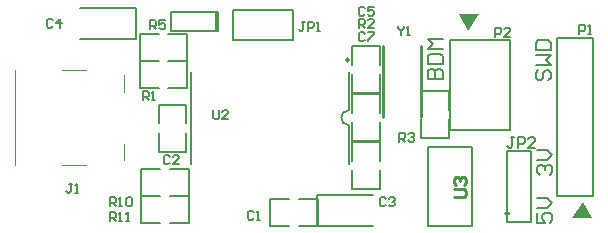
<source format=gto>
G04 Layer_Color=65535*
%FSLAX24Y24*%
%MOIN*%
G70*
G01*
G75*
%ADD23C,0.0100*%
%ADD40C,0.0098*%
%ADD41C,0.0079*%
%ADD42C,0.0039*%
%ADD43C,0.0080*%
%ADD44C,0.0060*%
%ADD45C,0.0050*%
G36*
X3725Y-3350D02*
X3075D01*
X3425Y-2800D01*
X3725Y-3350D01*
D02*
G37*
G36*
X-400Y2900D02*
X-700Y3450D01*
X-50D01*
X-400Y2900D01*
D02*
G37*
D23*
X-1970Y19D02*
Y2381D01*
X-3230Y19D02*
Y2381D01*
X-870Y-2650D02*
X-537D01*
X-470Y-2583D01*
Y-2450D01*
X-537Y-2383D01*
X-870D01*
X-803Y-2250D02*
X-870Y-2183D01*
Y-2050D01*
X-803Y-1984D01*
X-737D01*
X-670Y-2050D01*
Y-2117D01*
Y-2050D01*
X-603Y-1984D01*
X-537D01*
X-470Y-2050D01*
Y-2183D01*
X-537Y-2250D01*
D40*
X950Y-3200D02*
G03*
X950Y-3200I-49J0D01*
G01*
X-4366Y1929D02*
G03*
X-4366Y1929I-49J0D01*
G01*
D41*
X-4378Y250D02*
G03*
X-4378Y-250I0J-250D01*
G01*
X-1953Y887D02*
X-1047D01*
X-1953Y-687D02*
X-1047D01*
Y257D02*
Y887D01*
Y-687D02*
Y-57D01*
X-1953Y257D02*
Y887D01*
Y-687D02*
Y-57D01*
X-272Y-981D02*
X-272Y-3619D01*
X-1728Y-981D02*
X-272D01*
X-1728D02*
X-1728Y-3619D01*
X-272Y-3619D01*
X-5424Y-3612D02*
Y-2588D01*
Y-3612D02*
X-3573D01*
X-5424Y-2588D02*
X-3573D01*
X-13327Y2638D02*
X-11476D01*
X-13327Y3661D02*
X-11476D01*
Y2638D02*
Y3661D01*
X2552Y-2604D02*
X3761D01*
Y2644D01*
X2552D02*
X3761D01*
X2552Y-2604D02*
Y2644D01*
X-1000Y-400D02*
X1000D01*
X-1000Y2600D02*
X1000D01*
Y-400D02*
Y2600D01*
X-1000D02*
X-1000Y-400D01*
X-1000Y1517D02*
X-1000Y-400D01*
X-9797Y-193D02*
Y437D01*
Y-1137D02*
Y-507D01*
X-10703Y-193D02*
Y437D01*
Y-1137D02*
Y-507D01*
Y437D02*
X-9797D01*
X-10703Y-1137D02*
X-9797D01*
X-10393Y997D02*
X-9763D01*
X-11337D02*
X-10707D01*
X-10393Y1903D02*
X-9763D01*
X-11337D02*
X-10707D01*
X-9763Y997D02*
Y1903D01*
X-11337Y997D02*
Y1903D01*
X-9713Y-2603D02*
Y-1697D01*
X-11287Y-2603D02*
Y-1697D01*
X-10343Y-2603D02*
X-9713D01*
X-11287D02*
X-10657D01*
X-10343Y-1697D02*
X-9713D01*
X-11287D02*
X-10657D01*
X-9713Y-3503D02*
Y-2597D01*
X-11287Y-3503D02*
Y-2597D01*
X-10343Y-3503D02*
X-9713D01*
X-11287D02*
X-10657D01*
X-10343Y-2597D02*
X-9713D01*
X-11287D02*
X-10657D01*
X-4253Y813D02*
X-3347D01*
X-4253Y2387D02*
X-3347D01*
X-4253Y813D02*
Y1443D01*
Y1757D02*
Y2387D01*
X-3347Y813D02*
Y1443D01*
Y1757D02*
Y2387D01*
X-4253Y-813D02*
X-3347D01*
X-4253Y-2387D02*
X-3347D01*
Y-1443D02*
Y-813D01*
Y-2387D02*
Y-1757D01*
X-4253Y-1443D02*
Y-813D01*
Y-2387D02*
Y-1757D01*
X-9622Y-1535D02*
Y1535D01*
X-4378Y250D02*
Y1535D01*
Y-1535D02*
Y-250D01*
X-5413Y-3602D02*
Y-2697D01*
X-6988Y-3602D02*
Y-2697D01*
X-6043Y-3602D02*
X-5413D01*
X-6988D02*
X-6358D01*
X-6043Y-2697D02*
X-5413D01*
X-6988D02*
X-6358D01*
X-4253Y-787D02*
Y-157D01*
Y157D02*
Y787D01*
X-3347Y-787D02*
Y-157D01*
Y157D02*
Y787D01*
X-4253Y-787D02*
X-3347D01*
X-4253Y787D02*
X-3347D01*
X-10393Y1897D02*
X-9763D01*
X-11337D02*
X-10707D01*
X-10393Y2803D02*
X-9763D01*
X-11337D02*
X-10707D01*
X-9763Y1897D02*
Y2803D01*
X-11337Y1897D02*
Y2803D01*
X-8250Y2600D02*
Y3600D01*
X-6250D01*
Y2600D02*
Y3600D01*
X-8250Y2600D02*
X-6250D01*
X906Y-1119D02*
X1694D01*
Y-3481D02*
Y-1119D01*
X906Y-3481D02*
Y-1119D01*
Y-3481D02*
X1694D01*
D42*
X-11878Y-1417D02*
Y-866D01*
Y866D02*
Y1417D01*
X-13925Y-1575D02*
X-13137D01*
X-13925Y1575D02*
X-13137D01*
X-15500Y-1575D02*
Y1575D01*
D43*
X-10288Y2875D02*
Y3525D01*
Y2875D02*
X-8723D01*
Y3525D01*
X-10288Y3525D02*
X-8723Y3525D01*
X-8812Y2885D02*
Y3515D01*
X1933Y1583D02*
X1850Y1500D01*
Y1333D01*
X1933Y1250D01*
X2017D01*
X2100Y1333D01*
Y1500D01*
X2183Y1583D01*
X2267D01*
X2350Y1500D01*
Y1333D01*
X2267Y1250D01*
X1850Y1750D02*
X2350D01*
X2183Y1916D01*
X2350Y2083D01*
X1850D01*
Y2250D02*
X2350D01*
Y2500D01*
X2267Y2583D01*
X1933D01*
X1850Y2500D01*
Y2250D01*
X-1750Y1300D02*
X-1250D01*
Y1550D01*
X-1333Y1633D01*
X-1417D01*
X-1500Y1550D01*
Y1300D01*
Y1550D01*
X-1583Y1633D01*
X-1667D01*
X-1750Y1550D01*
Y1300D01*
Y1800D02*
X-1250D01*
Y2050D01*
X-1333Y2133D01*
X-1667D01*
X-1750Y2050D01*
Y1800D01*
X-1250Y2300D02*
X-1750D01*
X-1583Y2466D01*
X-1750Y2633D01*
X-1250D01*
D44*
X-14250Y3250D02*
X-14300Y3300D01*
X-14400D01*
X-14450Y3250D01*
Y3050D01*
X-14400Y3000D01*
X-14300D01*
X-14250Y3050D01*
X-14000Y3000D02*
Y3300D01*
X-14150Y3150D01*
X-13950D01*
X-13600Y-2200D02*
X-13700D01*
X-13650D01*
Y-2450D01*
X-13700Y-2500D01*
X-13750D01*
X-13800Y-2450D01*
X-13500Y-2500D02*
X-13400D01*
X-13450D01*
Y-2200D01*
X-13500Y-2250D01*
X500Y2700D02*
Y3000D01*
X650D01*
X700Y2950D01*
Y2850D01*
X650Y2800D01*
X500D01*
X1000Y2700D02*
X800D01*
X1000Y2900D01*
Y2950D01*
X950Y3000D01*
X850D01*
X800Y2950D01*
X3300Y2800D02*
Y3100D01*
X3450D01*
X3500Y3050D01*
Y2950D01*
X3450Y2900D01*
X3300D01*
X3600Y2800D02*
X3700D01*
X3650D01*
Y3100D01*
X3600Y3050D01*
X-10350Y-1300D02*
X-10400Y-1250D01*
X-10500D01*
X-10550Y-1300D01*
Y-1500D01*
X-10500Y-1550D01*
X-10400D01*
X-10350Y-1500D01*
X-10050Y-1550D02*
X-10250D01*
X-10050Y-1350D01*
Y-1300D01*
X-10100Y-1250D01*
X-10200D01*
X-10250Y-1300D01*
X-11250Y580D02*
Y880D01*
X-11100D01*
X-11050Y830D01*
Y730D01*
X-11100Y680D01*
X-11250D01*
X-11150D02*
X-11050Y580D01*
X-10950D02*
X-10850D01*
X-10900D01*
Y880D01*
X-10950Y830D01*
X-12350Y-2950D02*
Y-2650D01*
X-12200D01*
X-12150Y-2700D01*
Y-2800D01*
X-12200Y-2850D01*
X-12350D01*
X-12250D02*
X-12150Y-2950D01*
X-12050D02*
X-11950D01*
X-12000D01*
Y-2650D01*
X-12050Y-2700D01*
X-11800D02*
X-11750Y-2650D01*
X-11650D01*
X-11600Y-2700D01*
Y-2900D01*
X-11650Y-2950D01*
X-11750D01*
X-11800Y-2900D01*
Y-2700D01*
X-12350Y-3450D02*
Y-3150D01*
X-12200D01*
X-12150Y-3200D01*
Y-3300D01*
X-12200Y-3350D01*
X-12350D01*
X-12250D02*
X-12150Y-3450D01*
X-12050D02*
X-11950D01*
X-12000D01*
Y-3150D01*
X-12050Y-3200D01*
X-11800Y-3450D02*
X-11700D01*
X-11750D01*
Y-3150D01*
X-11800Y-3200D01*
X-3850Y3650D02*
X-3900Y3700D01*
X-4000D01*
X-4050Y3650D01*
Y3450D01*
X-4000Y3400D01*
X-3900D01*
X-3850Y3450D01*
X-3550Y3700D02*
X-3750D01*
Y3550D01*
X-3650Y3600D01*
X-3600D01*
X-3550Y3550D01*
Y3450D01*
X-3600Y3400D01*
X-3700D01*
X-3750Y3450D01*
X-3850Y2800D02*
X-3900Y2850D01*
X-4000D01*
X-4050Y2800D01*
Y2600D01*
X-4000Y2550D01*
X-3900D01*
X-3850Y2600D01*
X-3750Y2850D02*
X-3550D01*
Y2800D01*
X-3750Y2600D01*
Y2550D01*
X-8900Y250D02*
Y-0D01*
X-8850Y-50D01*
X-8750D01*
X-8700Y-0D01*
Y250D01*
X-8400Y-50D02*
X-8600D01*
X-8400Y150D01*
Y200D01*
X-8450Y250D01*
X-8550D01*
X-8600Y200D01*
X-7551Y-3150D02*
X-7601Y-3100D01*
X-7701D01*
X-7751Y-3150D01*
Y-3350D01*
X-7701Y-3400D01*
X-7601D01*
X-7551Y-3350D01*
X-7451Y-3400D02*
X-7351D01*
X-7401D01*
Y-3100D01*
X-7451Y-3150D01*
X-4050Y3000D02*
Y3300D01*
X-3900D01*
X-3850Y3250D01*
Y3150D01*
X-3900Y3100D01*
X-4050D01*
X-3950D02*
X-3850Y3000D01*
X-3550D02*
X-3750D01*
X-3550Y3200D01*
Y3250D01*
X-3600Y3300D01*
X-3700D01*
X-3750Y3250D01*
X-3150Y-2700D02*
X-3200Y-2650D01*
X-3300D01*
X-3350Y-2700D01*
Y-2900D01*
X-3300Y-2950D01*
X-3200D01*
X-3150Y-2900D01*
X-3050Y-2700D02*
X-3000Y-2650D01*
X-2900D01*
X-2850Y-2700D01*
Y-2750D01*
X-2900Y-2800D01*
X-2950D01*
X-2900D01*
X-2850Y-2850D01*
Y-2900D01*
X-2900Y-2950D01*
X-3000D01*
X-3050Y-2900D01*
X-2750Y3050D02*
Y3000D01*
X-2650Y2900D01*
X-2550Y3000D01*
Y3050D01*
X-2650Y2900D02*
Y2750D01*
X-2450D02*
X-2350D01*
X-2400D01*
Y3050D01*
X-2450Y3000D01*
X-11000Y2950D02*
Y3250D01*
X-10850D01*
X-10800Y3200D01*
Y3100D01*
X-10850Y3050D01*
X-11000D01*
X-10900D02*
X-10800Y2950D01*
X-10500Y3250D02*
X-10700D01*
Y3100D01*
X-10600Y3150D01*
X-10550D01*
X-10500Y3100D01*
Y3000D01*
X-10550Y2950D01*
X-10650D01*
X-10700Y3000D01*
X-5850Y3200D02*
X-5950D01*
X-5900D01*
Y2950D01*
X-5950Y2900D01*
X-6000D01*
X-6050Y2950D01*
X-5750Y2900D02*
Y3200D01*
X-5600D01*
X-5550Y3150D01*
Y3050D01*
X-5600Y3000D01*
X-5750D01*
X-5450Y2900D02*
X-5350D01*
X-5400D01*
Y3200D01*
X-5450Y3150D01*
X-2700Y-800D02*
Y-500D01*
X-2550D01*
X-2500Y-550D01*
Y-650D01*
X-2550Y-700D01*
X-2700D01*
X-2600D02*
X-2500Y-800D01*
X-2400Y-550D02*
X-2350Y-500D01*
X-2250D01*
X-2200Y-550D01*
Y-600D01*
X-2250Y-650D01*
X-2300D01*
X-2250D01*
X-2200Y-700D01*
Y-750D01*
X-2250Y-800D01*
X-2350D01*
X-2400Y-750D01*
X1983Y-1900D02*
X1900Y-1817D01*
Y-1650D01*
X1983Y-1567D01*
X2067D01*
X2150Y-1650D01*
Y-1733D01*
Y-1650D01*
X2233Y-1567D01*
X2317D01*
X2400Y-1650D01*
Y-1817D01*
X2317Y-1900D01*
X1900Y-1400D02*
X2233D01*
X2400Y-1234D01*
X2233Y-1067D01*
X1900D01*
Y-3167D02*
Y-3500D01*
X2150D01*
X2067Y-3333D01*
Y-3250D01*
X2150Y-3167D01*
X2317D01*
X2400Y-3250D01*
Y-3417D01*
X2317Y-3500D01*
X1900Y-3000D02*
X2233D01*
X2400Y-2834D01*
X2233Y-2667D01*
X1900D01*
D45*
X1133Y-650D02*
X1017D01*
X1075D01*
Y-942D01*
X1017Y-1000D01*
X958D01*
X900Y-942D01*
X1250Y-1000D02*
Y-650D01*
X1425D01*
X1483Y-708D01*
Y-825D01*
X1425Y-883D01*
X1250D01*
X1833Y-1000D02*
X1600D01*
X1833Y-767D01*
Y-708D01*
X1775Y-650D01*
X1658D01*
X1600Y-708D01*
M02*

</source>
